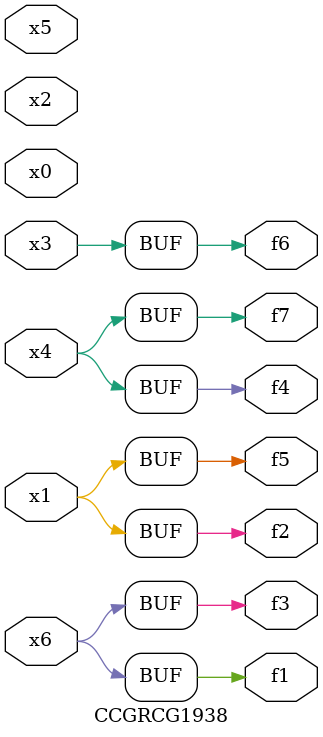
<source format=v>
module CCGRCG1938(
	input x0, x1, x2, x3, x4, x5, x6,
	output f1, f2, f3, f4, f5, f6, f7
);
	assign f1 = x6;
	assign f2 = x1;
	assign f3 = x6;
	assign f4 = x4;
	assign f5 = x1;
	assign f6 = x3;
	assign f7 = x4;
endmodule

</source>
